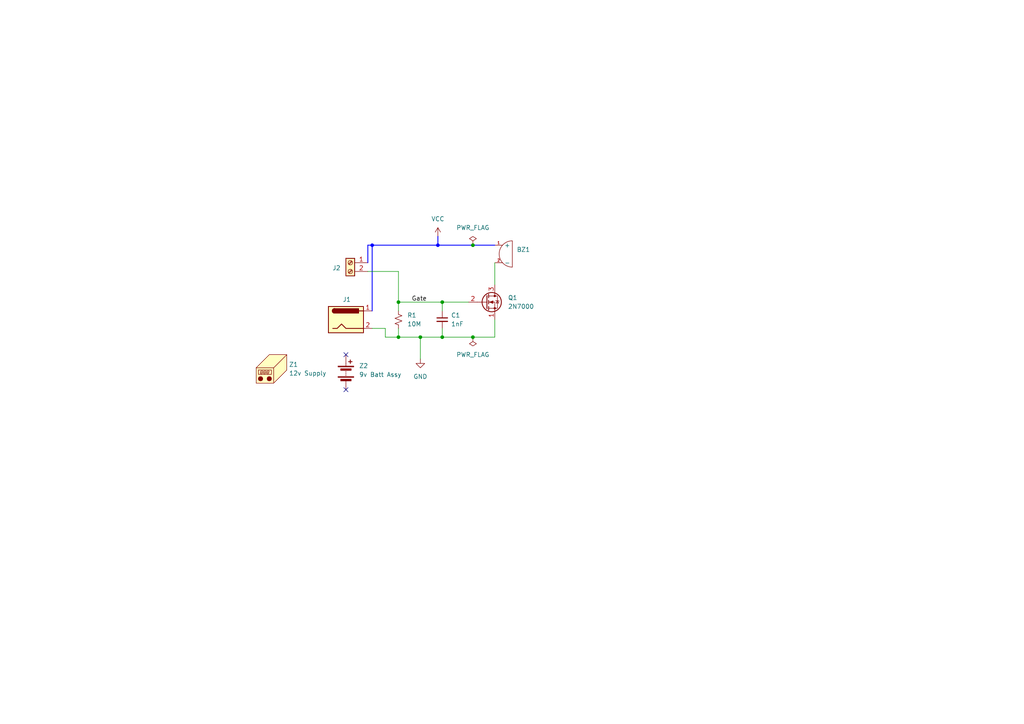
<source format=kicad_sch>
(kicad_sch (version 20250114) (generator "eeschema") (generator_version "9.0")
  (paper "A4")
  (title_block (title "Water Alarm") (date "2025-08-04") (rev "vAUG4 25") (comment 4 "Justin Kim"))
  (lib_symbols
    (symbol "1_Buzzers:Buzzer"
      (property "Reference" "BZ" (at -4.318 0 0))
      (symbol "Buzzer_0_1"
        (polyline (pts (xy -2.54 3.81) (xy -2.54 -3.81)))
        (arc (start -2.54 3.81) (mid 1.27 0) (end -2.54 -3.81))
      )
      (symbol "Buzzer_1_1"
        (pin passive line (at 2.54 2.54 180) (length 2.2352) (name "+") (number "1"))
        (pin passive line (at 2.54 -2.54 180) (length 2.2352) (name "-") (number "2"))
      )
    )
    (symbol "Connector:Jack-DC" (pin_names (offset 1.016))
      (property "Reference" "J" (at 0 5.334 0))
      (property "Value" "Jack-DC" (at 0 -5.08 0))
      (symbol "Jack-DC_0_1"
        (rectangle (start -5.08 3.81) (end 5.08 -3.81) (stroke (width 0.254)) (fill (type background)))
        (polyline (pts (xy -3.81 -2.54) (xy -2.54 -2.54) (xy -1.27 -1.27) (xy 0 -2.54) (xy 2.54 -2.54) (xy 5.08 -2.54)) (stroke (width 0.254)))
        (arc (start -3.302 1.905) (mid -3.9343 2.54) (end -3.302 3.175) (stroke (width 0.254)))
        (arc (start -3.302 1.905) (mid -3.9343 2.54) (end -3.302 3.175) (stroke (width 0.254)) (fill (type outline)))
        (rectangle (start 3.683 3.175) (end -3.302 1.905) (stroke (width 0.254)) (fill (type outline)))
        (polyline (pts (xy 5.08 2.54) (xy 3.81 2.54)) (stroke (width 0.254)))
      )
      (symbol "Jack-DC_1_1"
        (pin passive line (at 7.62 2.54 180) (length 2.54) (name "~") (number "1"))
        (pin passive line (at 7.62 -2.54 180) (length 2.54) (name "~") (number "2"))
      )
    )
    (symbol "Connector:Screw_Terminal_01x02" (pin_names (offset 1.016) (hide yes))
      (property "Reference" "J" (at 0 2.54 0))
      (property "Value" "Screw_Terminal_01x02" (at 0 -5.08 0))
      (symbol "Screw_Terminal_01x02_1_1"
        (rectangle (start -1.27 1.27) (end 1.27 -3.81) (stroke (width 0.254)) (fill (type background)))
        (polyline (pts (xy -0.5334 0.3302) (xy 0.3302 -0.508)) (stroke (width 0.1524)))
        (polyline (pts (xy -0.5334 -2.2098) (xy 0.3302 -3.048)) (stroke (width 0.1524)))
        (polyline (pts (xy -0.3556 0.508) (xy 0.508 -0.3302)) (stroke (width 0.1524)))
        (polyline (pts (xy -0.3556 -2.032) (xy 0.508 -2.8702)) (stroke (width 0.1524)))
        (circle (center 0 0) (radius 0.635) (stroke (width 0.1524)))
        (circle (center 0 -2.54) (radius 0.635) (stroke (width 0.1524)))
        (pin passive line (at -5.08 0 0) (length 3.81) (name "Pin_1") (number "1"))
        (pin passive line (at -5.08 -2.54 0) (length 3.81) (name "Pin_2") (number "2"))
      )
    )
    (symbol "Device:Battery" (pin_numbers (hide yes)) (pin_names (offset 0) (hide yes))
      (property "Reference" "BT" (at 2.54 2.54 0))
      (property "Value" "Battery" (at 2.54 0 0))
      (symbol "Battery_0_1"
        (rectangle (start -2.286 1.778) (end 2.286 1.524) (fill (type outline)))
        (rectangle (start -2.286 -1.27) (end 2.286 -1.524) (fill (type outline)))
        (rectangle (start -1.524 1.016) (end 1.524 0.508) (fill (type outline)))
        (rectangle (start -1.524 -2.032) (end 1.524 -2.54) (fill (type outline)))
        (polyline (pts (xy 0 1.778) (xy 0 2.54)))
        (polyline (pts (xy 0 0) (xy 0 0.254)))
        (polyline (pts (xy 0 -0.508) (xy 0 -0.254)))
        (polyline (pts (xy 0 -1.016) (xy 0 -0.762)))
        (polyline (pts (xy 0.762 3.048) (xy 1.778 3.048)) (stroke (width 0.254)))
        (polyline (pts (xy 1.27 3.556) (xy 1.27 2.54)) (stroke (width 0.254)))
      )
      (symbol "Battery_1_1"
        (pin passive line (at 0 5.08 270) (length 2.54) (name "+") (number "1"))
        (pin passive line (at 0 -5.08 90) (length 2.54) (name "-") (number "2"))
      )
    )
    (symbol "Device:C_Small" (pin_numbers (hide yes)) (pin_names (offset 0.254) (hide yes))
      (property "Reference" "C" (at 0.254 1.778 0))
      (property "Value" "C_Small" (at 0.254 -2.032 0))
      (symbol "C_Small_0_1"
        (polyline (pts (xy -1.524 0.508) (xy 1.524 0.508)) (stroke (width 0.3048)))
        (polyline (pts (xy -1.524 -0.508) (xy 1.524 -0.508)) (stroke (width 0.3302)))
      )
      (symbol "C_Small_1_1"
        (pin passive line (at 0 2.54 270) (length 2.032) (name "~") (number "1"))
        (pin passive line (at 0 -2.54 90) (length 2.032) (name "~") (number "2"))
      )
    )
    (symbol "Device:R_Small_US" (pin_numbers (hide yes)) (pin_names (offset 0.254) (hide yes))
      (property "Reference" "R" (at 0.762 0.508 0))
      (property "Value" "R_Small_US" (at 0.762 -1.016 0))
      (symbol "R_Small_US_1_1"
        (polyline (pts (xy 0 1.524) (xy 1.016 1.143) (xy 0 0.762) (xy -1.016 0.381) (xy 0 0)))
        (polyline (pts (xy 0 0) (xy 1.016 -0.381) (xy 0 -0.762) (xy -1.016 -1.143) (xy 0 -1.524)))
        (pin passive line (at 0 2.54 270) (length 1.016) (name "~") (number "1"))
        (pin passive line (at 0 -2.54 90) (length 1.016) (name "~") (number "2"))
      )
    )
    (symbol "Mechanical:Housing" (pin_names (offset 1.016))
      (property "Reference" "N" (at 3.81 0 0))
      (property "Value" "Housing" (at 3.81 -1.905 0))
      (symbol "Housing_0_1"
        (polyline (pts (xy -5.715 0) (xy -0.635 0) (xy 3.175 3.81)))
        (polyline (pts (xy -5.715 0) (xy -5.715 -4.445) (xy -0.635 -4.445) (xy 3.175 -0.635) (xy 3.175 3.81) (xy -1.905 3.81) (xy -5.715 0)) (fill (type background)))
        (rectangle (start -5.08 -0.635) (end -1.27 -1.905))
        (polyline (pts (xy -4.5212 -1.5748) (xy -4.4704 -1.3716)))
        (circle (center -4.445 -3.175) (radius 0.635) (fill (type outline)))
        (polyline (pts (xy -4.4196 -1.2192) (xy -4.3688 -0.9652)))
        (polyline (pts (xy -4.4196 -1.6764) (xy -4.064 -1.6764)))
        (polyline (pts (xy -4.318 -1.3208) (xy -4.0132 -1.3208)))
        (polyline (pts (xy -4.2164 -0.9144) (xy -3.9116 -0.9144)))
        (polyline (pts (xy -3.9116 -1.6256) (xy -3.8608 -1.3716)))
        (polyline (pts (xy -3.81 -1.2192) (xy -3.7592 -0.9652)))
        (polyline (pts (xy -3.6068 -1.5748) (xy -3.556 -1.3716)))
        (polyline (pts (xy -3.5052 -1.2192) (xy -3.4544 -0.9652)))
        (polyline (pts (xy -3.5052 -1.6764) (xy -3.1496 -1.6764)))
        (polyline (pts (xy -3.4036 -1.3208) (xy -3.0988 -1.3208)))
        (polyline (pts (xy -3.302 -0.9144) (xy -2.9972 -0.9144)))
        (polyline (pts (xy -2.9972 -1.6256) (xy -2.9464 -1.3716)))
        (polyline (pts (xy -2.8956 -1.2192) (xy -2.8448 -0.9652)))
        (polyline (pts (xy -2.6924 -1.5748) (xy -2.6416 -1.3716)))
        (polyline (pts (xy -2.5908 -1.2192) (xy -2.54 -0.9652)))
        (polyline (pts (xy -2.5908 -1.6764) (xy -2.2352 -1.6764)))
        (polyline (pts (xy -2.4892 -1.3208) (xy -2.1844 -1.3208)))
        (polyline (pts (xy -2.3876 -0.9144) (xy -2.0828 -0.9144)))
        (polyline (pts (xy -2.0828 -1.6256) (xy -2.032 -1.3716)))
        (polyline (pts (xy -1.9812 -1.2192) (xy -1.9304 -0.9652)))
        (circle (center -1.905 -3.175) (radius 0.635) (fill (type outline)))
        (polyline (pts (xy -0.635 0) (xy -0.635 -4.445)))
      )
    )
    (symbol "Transistor_FET:2N7000" (pin_names (hide yes))
      (property "Reference" "Q" (at 5.08 1.905 0))
      (property "Value" "2N7000" (at 5.08 0 0))
      (symbol "2N7000_0_1"
        (polyline (pts (xy 0.254 1.905) (xy 0.254 -1.905)) (stroke (width 0.254)))
        (polyline (pts (xy 0.254 0) (xy -2.54 0)))
        (polyline (pts (xy 0.762 2.286) (xy 0.762 1.27)) (stroke (width 0.254)))
        (polyline (pts (xy 0.762 0.508) (xy 0.762 -0.508)) (stroke (width 0.254)))
        (polyline (pts (xy 0.762 -1.27) (xy 0.762 -2.286)) (stroke (width 0.254)))
        (polyline (pts (xy 0.762 -1.778) (xy 3.302 -1.778) (xy 3.302 1.778) (xy 0.762 1.778)))
        (polyline (pts (xy 1.016 0) (xy 2.032 0.381) (xy 2.032 -0.381) (xy 1.016 0)) (fill (type outline)))
        (circle (center 1.651 0) (radius 2.794) (stroke (width 0.254)))
        (polyline (pts (xy 2.54 2.54) (xy 2.54 1.778)))
        (circle (center 2.54 1.778) (radius 0.254) (fill (type outline)))
        (circle (center 2.54 -1.778) (radius 0.254) (fill (type outline)))
        (polyline (pts (xy 2.54 -2.54) (xy 2.54 0) (xy 0.762 0)))
        (polyline (pts (xy 2.794 0.508) (xy 2.921 0.381) (xy 3.683 0.381) (xy 3.81 0.254)))
        (polyline (pts (xy 3.302 0.381) (xy 2.921 -0.254) (xy 3.683 -0.254) (xy 3.302 0.381)))
      )
      (symbol "2N7000_1_1"
        (pin input line (at -5.08 0 0) (length 2.54) (name "G") (number "2"))
        (pin passive line (at 2.54 5.08 270) (length 2.54) (name "D") (number "3"))
        (pin passive line (at 2.54 -5.08 90) (length 2.54) (name "S") (number "1"))
      )
    )
    (symbol "power:GND" (power) (pin_numbers (hide yes)) (pin_names (offset 0) (hide yes))
      (property "Value" "GND" (at 0 -3.81 0))
      (symbol "GND_0_1"
        (polyline (pts (xy 0 0) (xy 0 -1.27) (xy 1.27 -1.27) (xy 0 -2.54) (xy -1.27 -1.27) (xy 0 -1.27)))
      )
      (symbol "GND_1_1"
        (pin power_in line (at 0 0 270) (length 0) (name "~") (number "1"))
      )
    )
    (symbol "power:PWR_FLAG" (power) (pin_numbers (hide yes)) (pin_names (offset 0) (hide yes))
      (property "Value" "PWR_FLAG" (at 0 3.81 0))
      (symbol "PWR_FLAG_0_0"
        (pin power_out line (at 0 0 90) (length 0) (name "~") (number "1"))
      )
      (symbol "PWR_FLAG_0_1"
        (polyline (pts (xy 0 0) (xy 0 1.27) (xy -1.016 1.905) (xy 0 2.54) (xy 1.016 1.905) (xy 0 1.27)))
      )
    )
    (symbol "power:VCC" (power) (pin_numbers (hide yes)) (pin_names (offset 0) (hide yes))
      (property "Value" "VCC" (at 0 3.556 0))
      (symbol "VCC_0_1"
        (polyline (pts (xy -0.762 1.27) (xy 0 2.54)))
        (polyline (pts (xy 0 2.54) (xy 0.762 1.27)))
        (polyline (pts (xy 0 0) (xy 0 2.54)))
      )
      (symbol "VCC_1_1"
        (pin power_in line (at 0 0 90) (length 0) (name "~") (number "1"))
      )
    )
  )
  (junction (at 127 71.12) (diameter 0.889) (color 0 0 255 1))
  (junction (at 115.57 97.79))
  (junction (at 137.16 97.79))
  (junction (at 128.27 87.63))
  (junction (at 115.57 87.63))
  (junction (at 137.16 71.12))
  (junction (at 107.95 71.12) (diameter 0.889) (color 0 0 255 1))
  (junction (at 121.92 97.79))
  (junction (at 128.27 97.79))
  (no_connect (at 100.33 102.87))
  (no_connect (at 100.33 113.03))
  (wire (pts (xy 106.68 71.12) (xy 106.68 76.2)) (stroke (width 0.254) (color 0 0 255 1)))
  (wire (pts (xy 115.57 78.74) (xy 106.68 78.74)))
  (wire (pts (xy 128.27 97.79) (xy 137.16 97.79)))
  (wire (pts (xy 127 68.58) (xy 127 71.12)) (stroke (width 0.254) (color 0 0 255 1)))
  (wire (pts (xy 137.16 97.79) (xy 143.51 97.79)))
  (wire (pts (xy 115.57 97.79) (xy 121.92 97.79)))
  (wire (pts (xy 107.95 71.12) (xy 106.68 71.12)) (stroke (width 0.254) (color 0 0 255 1)))
  (wire (pts (xy 115.57 95.25) (xy 115.57 97.79)))
  (wire (pts (xy 121.92 97.79) (xy 128.27 97.79)))
  (wire (pts (xy 143.51 76.2) (xy 143.51 82.55)))
  (wire (pts (xy 128.27 87.63) (xy 115.57 87.63)))
  (wire (pts (xy 143.51 97.79) (xy 143.51 92.71)))
  (wire (pts (xy 111.76 95.25) (xy 107.95 95.25)))
  (wire (pts (xy 121.92 97.79) (xy 121.92 104.14)))
  (wire (pts (xy 127 71.12) (xy 107.95 71.12)) (stroke (width 0.254) (color 0 0 255 1)))
  (wire (pts (xy 128.27 95.25) (xy 128.27 97.79)))
  (wire (pts (xy 115.57 87.63) (xy 115.57 78.74)))
  (wire (pts (xy 115.57 97.79) (xy 111.76 97.79)))
  (wire (pts (xy 115.57 87.63) (xy 115.57 90.17)))
  (wire (pts (xy 111.76 97.79) (xy 111.76 95.25)))
  (wire (pts (xy 143.51 71.12) (xy 137.16 71.12)) (stroke (width 0.254) (color 0 0 255 1)))
  (wire (pts (xy 107.95 71.12) (xy 107.95 90.17)) (stroke (width 0.254) (color 0 0 255 1)))
  (wire (pts (xy 128.27 87.63) (xy 135.89 87.63)))
  (wire (pts (xy 128.27 87.63) (xy 128.27 90.17)))
  (wire (pts (xy 137.16 71.12) (xy 127 71.12)) (stroke (width 0.254) (color 0 0 255 1)))
  (label "Gate" (at 119.38 87.63 0))
  (symbol (lib_id "Device:Battery") (at 100.33 107.95 0) (unit 1) (on_board no)
    (property "Reference" "Z2" (at 104.14 106.1084 0) (effects (justify left)))
    (property "Value" "9v Batt Assy" (at 104.14 108.6484 0) (effects (justify left)))
    (property "Description" "Multiple-cell battery" (effects (hide yes)))
  )
  (symbol (lib_id "power:PWR_FLAG") (at 137.16 71.12 0) (unit 1)
    (property "Reference" "#FLG01" (effects (hide yes)))
    (property "Value" "PWR_FLAG" (at 137.16 66.04 0))
    (property "Description" "Special symbol for telling ERC where power comes from" (effects (hide yes)))
  )
  (symbol (lib_id "power:PWR_FLAG") (at 137.16 97.79 0) (mirror x) (unit 1)
    (property "Reference" "#FLG02" (effects (hide yes)))
    (property "Value" "PWR_FLAG" (at 137.16 102.87 0))
    (property "Description" "Special symbol for telling ERC where power comes from" (effects (hide yes)))
  )
  (symbol (lib_id "Device:C_Small") (at 128.27 92.71 0) (unit 1)
    (property "Reference" "C1" (at 130.81 91.4462 0) (effects (justify left)))
    (property "Value" "1nF" (at 130.81 93.9862 0) (effects (justify left)))
    (property "Footprint" "Capacitor_THT:C_Disc_D3.0mm_W1.6mm_P2.50mm" (effects (hide yes)))
    (property "Description" "Unpolarized capacitor, small symbol" (effects (hide yes)))
  )
  (symbol (lib_id "Device:R_Small_US") (at 115.57 92.71 0) (unit 1)
    (property "Reference" "R1" (at 118.11 91.4399 0) (effects (justify left)))
    (property "Value" "10M" (at 118.11 93.9799 0) (effects (justify left)))
    (property "Description" "Resistor, small US symbol" (effects (hide yes)))
  )
  (symbol (lib_id "Transistor_FET:2N7000") (at 140.97 87.63 0) (unit 1)
    (property "Reference" "Q1" (at 147.32 86.3599 0) (effects (justify left)))
    (property "Value" "2N7000" (at 147.32 88.8999 0) (effects (justify left)))
    (property "Footprint" "Package_TO_SOT_THT:TO-92_Inline" (effects (hide yes)))
    (property "Datasheet" "https://www.vishay.com/docs/70226/70226.pdf" (effects (hide yes)))
    (property "Description" "0.2A Id, 200V Vds, N-Channel MOSFET, 2.6V Logic Level, TO-92" (effects (hide yes)))
  )
  (symbol (lib_id "Connector:Screw_Terminal_01x02") (at 101.6 76.2 0) (mirror y) (unit 1)
    (property "Reference" "J2" (at 98.806 77.724 0) (effects (justify left)))
    (property "Value" "Screw_Terminal_01x02" (effects (hide yes)))
    (property "Footprint" "TerminalBlock_Phoenix:TerminalBlock_Phoenix_PT-1,5-2-3.5-H_1x02_P3.50mm_Horizontal" (effects (hide yes)))
    (property "Description" "Generic screw terminal, single row, 01x02, script generated (kicad-library-utils/schlib/autogen/connector/)" (effects (hide yes)))
  )
  (symbol (lib_id "Mechanical:Housing") (at 80.01 106.68 0) (unit 1) (on_board no)
    (property "Reference" "Z1" (at 83.82 105.7274 0) (effects (justify left)))
    (property "Value" "12v Supply" (at 83.82 108.2674 0) (effects (justify left)))
    (property "Description" "Housing" (effects (hide yes)))
  )
  (symbol (lib_id "1_Buzzers:Buzzer") (at 146.05 73.66 0) (mirror y) (unit 1)
    (property "Reference" "BZ1" (at 149.86 72.3899 0) (effects (justify right)))
    (property "Value" "Buzzer" (effects (hide yes)))
  )
  (symbol (lib_id "power:GND") (at 121.92 104.14 0) (unit 1)
    (property "Reference" "#PWR03" (effects (hide yes)))
    (property "Value" "GND" (at 121.92 109.22 0))
    (property "Description" "Power symbol creates a global label with name \"GND\" , ground" (effects (hide yes)))
  )
  (symbol (lib_id "power:VCC") (at 127 68.58 0) (unit 1)
    (property "Reference" "#PWR01" (effects (hide yes)))
    (property "Value" "VCC" (at 127 63.5 0))
    (property "Description" "Power symbol creates a global label with name \"VCC\"" (effects (hide yes)))
  )
  (symbol (lib_id "Connector:Jack-DC") (at 100.33 92.71 0) (unit 1)
    (property "Reference" "J1" (at 100.584 86.868 0))
    (property "Value" "Jack-DC" (effects (hide yes)))
    (property "Footprint" "Connector_BarrelJack:BarrelJack_GCT_DCJ200-10-A_Horizontal" (effects (hide yes)))
    (property "Description" "DC Barrel Jack" (effects (hide yes)))
  )
)
</source>
